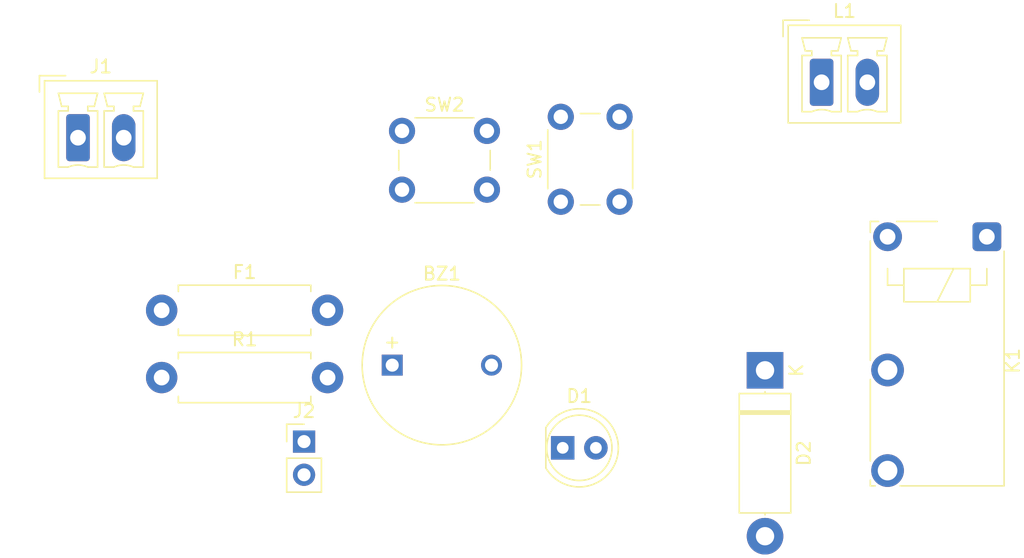
<source format=kicad_pcb>
(kicad_pcb (version 20171130) (host pcbnew 5.1.9-73d0e3b20d~88~ubuntu20.04.1)

  (general
    (thickness 1.6)
    (drawings 0)
    (tracks 0)
    (zones 0)
    (modules 11)
    (nets 9)
  )

  (page A4)
  (layers
    (0 F.Cu signal)
    (31 B.Cu signal)
    (32 B.Adhes user)
    (33 F.Adhes user)
    (34 B.Paste user)
    (35 F.Paste user)
    (36 B.SilkS user)
    (37 F.SilkS user)
    (38 B.Mask user)
    (39 F.Mask user)
    (40 Dwgs.User user)
    (41 Cmts.User user)
    (42 Eco1.User user)
    (43 Eco2.User user)
    (44 Edge.Cuts user)
    (45 Margin user)
    (46 B.CrtYd user)
    (47 F.CrtYd user)
    (48 B.Fab user)
    (49 F.Fab user)
  )

  (setup
    (last_trace_width 0.25)
    (trace_clearance 0.2)
    (zone_clearance 0.508)
    (zone_45_only no)
    (trace_min 0.2)
    (via_size 0.8)
    (via_drill 0.4)
    (via_min_size 0.4)
    (via_min_drill 0.3)
    (uvia_size 0.3)
    (uvia_drill 0.1)
    (uvias_allowed no)
    (uvia_min_size 0.2)
    (uvia_min_drill 0.1)
    (edge_width 0.05)
    (segment_width 0.2)
    (pcb_text_width 0.3)
    (pcb_text_size 1.5 1.5)
    (mod_edge_width 0.12)
    (mod_text_size 1 1)
    (mod_text_width 0.15)
    (pad_size 1.524 1.524)
    (pad_drill 0.762)
    (pad_to_mask_clearance 0)
    (aux_axis_origin 0 0)
    (visible_elements FFFFFF7F)
    (pcbplotparams
      (layerselection 0x010fc_ffffffff)
      (usegerberextensions false)
      (usegerberattributes true)
      (usegerberadvancedattributes true)
      (creategerberjobfile true)
      (excludeedgelayer true)
      (linewidth 0.100000)
      (plotframeref false)
      (viasonmask false)
      (mode 1)
      (useauxorigin false)
      (hpglpennumber 1)
      (hpglpenspeed 20)
      (hpglpendiameter 15.000000)
      (psnegative false)
      (psa4output false)
      (plotreference true)
      (plotvalue true)
      (plotinvisibletext false)
      (padsonsilk false)
      (subtractmaskfromsilk false)
      (outputformat 1)
      (mirror false)
      (drillshape 1)
      (scaleselection 1)
      (outputdirectory ""))
  )

  (net 0 "")
  (net 1 "Net-(BZ1-Pad2)")
  (net 2 "Net-(BZ1-Pad1)")
  (net 3 "Net-(D1-Pad1)")
  (net 4 "Net-(D2-Pad2)")
  (net 5 Earth)
  (net 6 "Net-(J1-Pad2)")
  (net 7 +12V)
  (net 8 "Net-(K1-Pad1)")

  (net_class Default "This is the default net class."
    (clearance 0.2)
    (trace_width 0.25)
    (via_dia 0.8)
    (via_drill 0.4)
    (uvia_dia 0.3)
    (uvia_drill 0.1)
    (add_net +12V)
    (add_net Earth)
    (add_net "Net-(BZ1-Pad1)")
    (add_net "Net-(BZ1-Pad2)")
    (add_net "Net-(D1-Pad1)")
    (add_net "Net-(D2-Pad2)")
    (add_net "Net-(J1-Pad2)")
    (add_net "Net-(K1-Pad1)")
  )

  (module Diode_THT:D_5W_P12.70mm_Horizontal (layer F.Cu) (tedit 5AE50CD5) (tstamp 6067B1F5)
    (at 166.0906 74.0537 270)
    (descr "Diode, 5W series, Axial, Horizontal, pin pitch=12.7mm, , length*diameter=8.9*3.7mm^2, , http://www.diodes.com/_files/packages/8686949.gif")
    (tags "Diode 5W series Axial Horizontal pin pitch 12.7mm  length 8.9mm diameter 3.7mm")
    (path /6065CF7B)
    (fp_text reference D2 (at 6.35 -2.97 90) (layer F.SilkS)
      (effects (font (size 1 1) (thickness 0.15)))
    )
    (fp_text value DIODE (at 6.35 2.97 90) (layer F.Fab)
      (effects (font (size 1 1) (thickness 0.15)))
    )
    (fp_text user K (at 0 -2.4 90) (layer F.SilkS)
      (effects (font (size 1 1) (thickness 0.15)))
    )
    (fp_text user K (at 0 -2.4 90) (layer F.Fab)
      (effects (font (size 1 1) (thickness 0.15)))
    )
    (fp_text user %R (at 7.0175 0 90) (layer F.Fab)
      (effects (font (size 1 1) (thickness 0.15)))
    )
    (fp_line (start 1.9 -1.85) (end 1.9 1.85) (layer F.Fab) (width 0.1))
    (fp_line (start 1.9 1.85) (end 10.8 1.85) (layer F.Fab) (width 0.1))
    (fp_line (start 10.8 1.85) (end 10.8 -1.85) (layer F.Fab) (width 0.1))
    (fp_line (start 10.8 -1.85) (end 1.9 -1.85) (layer F.Fab) (width 0.1))
    (fp_line (start 0 0) (end 1.9 0) (layer F.Fab) (width 0.1))
    (fp_line (start 12.7 0) (end 10.8 0) (layer F.Fab) (width 0.1))
    (fp_line (start 3.235 -1.85) (end 3.235 1.85) (layer F.Fab) (width 0.1))
    (fp_line (start 3.335 -1.85) (end 3.335 1.85) (layer F.Fab) (width 0.1))
    (fp_line (start 3.135 -1.85) (end 3.135 1.85) (layer F.Fab) (width 0.1))
    (fp_line (start 1.78 -1.97) (end 1.78 1.97) (layer F.SilkS) (width 0.12))
    (fp_line (start 1.78 1.97) (end 10.92 1.97) (layer F.SilkS) (width 0.12))
    (fp_line (start 10.92 1.97) (end 10.92 -1.97) (layer F.SilkS) (width 0.12))
    (fp_line (start 10.92 -1.97) (end 1.78 -1.97) (layer F.SilkS) (width 0.12))
    (fp_line (start 1.64 0) (end 1.78 0) (layer F.SilkS) (width 0.12))
    (fp_line (start 11.06 0) (end 10.92 0) (layer F.SilkS) (width 0.12))
    (fp_line (start 3.235 -1.97) (end 3.235 1.97) (layer F.SilkS) (width 0.12))
    (fp_line (start 3.355 -1.97) (end 3.355 1.97) (layer F.SilkS) (width 0.12))
    (fp_line (start 3.115 -1.97) (end 3.115 1.97) (layer F.SilkS) (width 0.12))
    (fp_line (start -1.65 -2.1) (end -1.65 2.1) (layer F.CrtYd) (width 0.05))
    (fp_line (start -1.65 2.1) (end 14.35 2.1) (layer F.CrtYd) (width 0.05))
    (fp_line (start 14.35 2.1) (end 14.35 -2.1) (layer F.CrtYd) (width 0.05))
    (fp_line (start 14.35 -2.1) (end -1.65 -2.1) (layer F.CrtYd) (width 0.05))
    (pad 2 thru_hole oval (at 12.7 0 270) (size 2.8 2.8) (drill 1.4) (layers *.Cu *.Mask)
      (net 4 "Net-(D2-Pad2)"))
    (pad 1 thru_hole rect (at 0 0 270) (size 2.8 2.8) (drill 1.4) (layers *.Cu *.Mask)
      (net 1 "Net-(BZ1-Pad2)"))
    (model ${KISYS3DMOD}/Diode_THT.3dshapes/D_5W_P12.70mm_Horizontal.wrl
      (at (xyz 0 0 0))
      (scale (xyz 1 1 1))
      (rotate (xyz 0 0 0))
    )
  )

  (module Relay_THT:Relay_SPST_TE_PCH-1xxx2M (layer F.Cu) (tedit 5C3F81A4) (tstamp 6067A533)
    (at 183.0705 63.8302 270)
    (descr "Miniature PCB Relay, PCH Series, 1 Form A (NO), SPST http://www.te.com/commerce/DocumentDelivery/DDEController?Action=showdoc&DocId=Data+Sheet%7FPCH_series_relay_data_sheet_E%7F1215%7Fpdf%7FEnglish%7FENG_DS_PCH_series_relay_data_sheet_E_1215.pdf")
    (tags "Relay SPST NO")
    (path /606702BE)
    (fp_text reference K1 (at 9.5 -2 90) (layer F.SilkS)
      (effects (font (size 1 1) (thickness 0.15)))
    )
    (fp_text value DIPxx-1Axx-11x (at 9 10 90) (layer F.Fab)
      (effects (font (size 1 1) (thickness 0.15)))
    )
    (fp_line (start -0.05 -1.2) (end -1.05 -0.2) (layer F.Fab) (width 0.1))
    (fp_line (start -1.35 -1.45) (end 19.4 -1.45) (layer F.CrtYd) (width 0.05))
    (fp_line (start 19.07 -1.32) (end 19.07 6.64) (layer F.SilkS) (width 0.12))
    (fp_line (start 19.07 -1.32) (end 1.109998 -1.32) (layer F.SilkS) (width 0.12))
    (fp_line (start -1.17 3.8) (end -1.17 6.9) (layer F.SilkS) (width 0.12))
    (fp_line (start -1.17 8.29) (end -1.17 8.92) (layer F.SilkS) (width 0.12))
    (fp_line (start -0.33 8.92) (end -1.17 8.92) (layer F.SilkS) (width 0.12))
    (fp_line (start 9.46 8.92) (end 0.329995 8.92) (layer F.SilkS) (width 0.12))
    (fp_line (start 17.16 8.92) (end 10.93 8.92) (layer F.SilkS) (width 0.12))
    (fp_line (start 19.07 8.92) (end 19.07 8.55) (layer F.SilkS) (width 0.12))
    (fp_line (start 4.98 6.35) (end 2.44 6.35) (layer F.SilkS) (width 0.12))
    (fp_line (start 3.71 0) (end 3.71 1.27) (layer F.SilkS) (width 0.12))
    (fp_line (start 4.98 1.27) (end 4.98 6.35) (layer F.SilkS) (width 0.12))
    (fp_line (start 3.71 6.35) (end 3.71 7.6) (layer F.SilkS) (width 0.12))
    (fp_line (start 2.44 1.27) (end 3.71 1.27) (layer F.SilkS) (width 0.12))
    (fp_line (start 18.95 -1.2) (end 18.95 8.8) (layer F.Fab) (width 0.1))
    (fp_line (start 19.4 -1.45) (end 19.4 9.1) (layer F.CrtYd) (width 0.05))
    (fp_line (start 19.4 9.1) (end -1.35 9.1) (layer F.CrtYd) (width 0.05))
    (fp_line (start 0 1.8) (end 0 5.8) (layer F.Fab) (width 0.1))
    (fp_line (start -1.35 9.1) (end -1.35 -1.45) (layer F.CrtYd) (width 0.05))
    (fp_line (start 2.44 6.35) (end 2.44 1.27) (layer F.SilkS) (width 0.12))
    (fp_line (start 3.71 7.6) (end 2.44 7.6) (layer F.SilkS) (width 0.12))
    (fp_line (start -0.05 -1.2) (end 18.95 -1.2) (layer F.Fab) (width 0.1))
    (fp_line (start -1.05 8.8) (end -1.05 -0.2) (layer F.Fab) (width 0.1))
    (fp_line (start 2.44 0) (end 3.71 0) (layer F.SilkS) (width 0.12))
    (fp_line (start 2.44 2.54) (end 4.98 3.81) (layer F.SilkS) (width 0.12))
    (fp_line (start 3.71 1.27) (end 4.98 1.27) (layer F.SilkS) (width 0.12))
    (fp_line (start 19.07 8.92) (end 18.63 8.92) (layer F.SilkS) (width 0.12))
    (fp_line (start 18.95 8.8) (end -1.05 8.8) (layer F.Fab) (width 0.1))
    (fp_text user %R (at 8.95 3.8 90) (layer F.Fab)
      (effects (font (size 1 1) (thickness 0.15)))
    )
    (pad 3 thru_hole circle (at 17.9 7.6 270) (size 2.5 2.5) (drill 1.5) (layers *.Cu *.Mask))
    (pad 5 thru_hole circle (at 0 7.6 270) (size 2.2 2.2) (drill 1.2) (layers *.Cu *.Mask))
    (pad 1 thru_hole roundrect (at 0 0 270) (size 2.2 2.2) (drill 1.2) (layers *.Cu *.Mask) (roundrect_rratio 0.155)
      (net 8 "Net-(K1-Pad1)"))
    (pad 2 thru_hole circle (at 10.2 7.6 270) (size 2.5 2.5) (drill 1.5) (layers *.Cu *.Mask)
      (net 1 "Net-(BZ1-Pad2)"))
    (model ${KISYS3DMOD}/Relay_THT.3dshapes/Relay_SPST_TE_PCH-1xxx2M.wrl
      (at (xyz 0 0 0))
      (scale (xyz 1 1 1))
      (rotate (xyz 0 0 0))
    )
  )

  (module Button_Switch_THT:SW_PUSH_6mm (layer F.Cu) (tedit 5A02FE31) (tstamp 60677F44)
    (at 138.303 55.7276)
    (descr https://www.omron.com/ecb/products/pdf/en-b3f.pdf)
    (tags "tact sw push 6mm")
    (path /606A4562)
    (fp_text reference SW2 (at 3.25 -2) (layer F.SilkS)
      (effects (font (size 1 1) (thickness 0.15)))
    )
    (fp_text value SW_MEC_5G (at 3.75 6.7) (layer F.Fab)
      (effects (font (size 1 1) (thickness 0.15)))
    )
    (fp_line (start 3.25 -0.75) (end 6.25 -0.75) (layer F.Fab) (width 0.1))
    (fp_line (start 6.25 -0.75) (end 6.25 5.25) (layer F.Fab) (width 0.1))
    (fp_line (start 6.25 5.25) (end 0.25 5.25) (layer F.Fab) (width 0.1))
    (fp_line (start 0.25 5.25) (end 0.25 -0.75) (layer F.Fab) (width 0.1))
    (fp_line (start 0.25 -0.75) (end 3.25 -0.75) (layer F.Fab) (width 0.1))
    (fp_line (start 7.75 6) (end 8 6) (layer F.CrtYd) (width 0.05))
    (fp_line (start 8 6) (end 8 5.75) (layer F.CrtYd) (width 0.05))
    (fp_line (start 7.75 -1.5) (end 8 -1.5) (layer F.CrtYd) (width 0.05))
    (fp_line (start 8 -1.5) (end 8 -1.25) (layer F.CrtYd) (width 0.05))
    (fp_line (start -1.5 -1.25) (end -1.5 -1.5) (layer F.CrtYd) (width 0.05))
    (fp_line (start -1.5 -1.5) (end -1.25 -1.5) (layer F.CrtYd) (width 0.05))
    (fp_line (start -1.5 5.75) (end -1.5 6) (layer F.CrtYd) (width 0.05))
    (fp_line (start -1.5 6) (end -1.25 6) (layer F.CrtYd) (width 0.05))
    (fp_line (start -1.25 -1.5) (end 7.75 -1.5) (layer F.CrtYd) (width 0.05))
    (fp_line (start -1.5 5.75) (end -1.5 -1.25) (layer F.CrtYd) (width 0.05))
    (fp_line (start 7.75 6) (end -1.25 6) (layer F.CrtYd) (width 0.05))
    (fp_line (start 8 -1.25) (end 8 5.75) (layer F.CrtYd) (width 0.05))
    (fp_line (start 1 5.5) (end 5.5 5.5) (layer F.SilkS) (width 0.12))
    (fp_line (start -0.25 1.5) (end -0.25 3) (layer F.SilkS) (width 0.12))
    (fp_line (start 5.5 -1) (end 1 -1) (layer F.SilkS) (width 0.12))
    (fp_line (start 6.75 3) (end 6.75 1.5) (layer F.SilkS) (width 0.12))
    (fp_circle (center 3.25 2.25) (end 1.25 2.5) (layer F.Fab) (width 0.1))
    (fp_text user %R (at 3.25 2.25) (layer F.Fab)
      (effects (font (size 1 1) (thickness 0.15)))
    )
    (pad 1 thru_hole circle (at 6.5 0 90) (size 2 2) (drill 1.1) (layers *.Cu *.Mask)
      (net 7 +12V))
    (pad 2 thru_hole circle (at 6.5 4.5 90) (size 2 2) (drill 1.1) (layers *.Cu *.Mask)
      (net 7 +12V))
    (pad 1 thru_hole circle (at 0 0 90) (size 2 2) (drill 1.1) (layers *.Cu *.Mask)
      (net 7 +12V))
    (pad 2 thru_hole circle (at 0 4.5 90) (size 2 2) (drill 1.1) (layers *.Cu *.Mask)
      (net 7 +12V))
    (model ${KISYS3DMOD}/Button_Switch_THT.3dshapes/SW_PUSH_6mm.wrl
      (at (xyz 0 0 0))
      (scale (xyz 1 1 1))
      (rotate (xyz 0 0 0))
    )
  )

  (module Button_Switch_THT:SW_PUSH_6mm (layer F.Cu) (tedit 5A02FE31) (tstamp 60677F25)
    (at 150.4569 61.1505 90)
    (descr https://www.omron.com/ecb/products/pdf/en-b3f.pdf)
    (tags "tact sw push 6mm")
    (path /606AB7D5)
    (fp_text reference SW1 (at 3.25 -2 90) (layer F.SilkS)
      (effects (font (size 1 1) (thickness 0.15)))
    )
    (fp_text value SW_MEC_5G (at 3.75 6.7 90) (layer F.Fab)
      (effects (font (size 1 1) (thickness 0.15)))
    )
    (fp_line (start 3.25 -0.75) (end 6.25 -0.75) (layer F.Fab) (width 0.1))
    (fp_line (start 6.25 -0.75) (end 6.25 5.25) (layer F.Fab) (width 0.1))
    (fp_line (start 6.25 5.25) (end 0.25 5.25) (layer F.Fab) (width 0.1))
    (fp_line (start 0.25 5.25) (end 0.25 -0.75) (layer F.Fab) (width 0.1))
    (fp_line (start 0.25 -0.75) (end 3.25 -0.75) (layer F.Fab) (width 0.1))
    (fp_line (start 7.75 6) (end 8 6) (layer F.CrtYd) (width 0.05))
    (fp_line (start 8 6) (end 8 5.75) (layer F.CrtYd) (width 0.05))
    (fp_line (start 7.75 -1.5) (end 8 -1.5) (layer F.CrtYd) (width 0.05))
    (fp_line (start 8 -1.5) (end 8 -1.25) (layer F.CrtYd) (width 0.05))
    (fp_line (start -1.5 -1.25) (end -1.5 -1.5) (layer F.CrtYd) (width 0.05))
    (fp_line (start -1.5 -1.5) (end -1.25 -1.5) (layer F.CrtYd) (width 0.05))
    (fp_line (start -1.5 5.75) (end -1.5 6) (layer F.CrtYd) (width 0.05))
    (fp_line (start -1.5 6) (end -1.25 6) (layer F.CrtYd) (width 0.05))
    (fp_line (start -1.25 -1.5) (end 7.75 -1.5) (layer F.CrtYd) (width 0.05))
    (fp_line (start -1.5 5.75) (end -1.5 -1.25) (layer F.CrtYd) (width 0.05))
    (fp_line (start 7.75 6) (end -1.25 6) (layer F.CrtYd) (width 0.05))
    (fp_line (start 8 -1.25) (end 8 5.75) (layer F.CrtYd) (width 0.05))
    (fp_line (start 1 5.5) (end 5.5 5.5) (layer F.SilkS) (width 0.12))
    (fp_line (start -0.25 1.5) (end -0.25 3) (layer F.SilkS) (width 0.12))
    (fp_line (start 5.5 -1) (end 1 -1) (layer F.SilkS) (width 0.12))
    (fp_line (start 6.75 3) (end 6.75 1.5) (layer F.SilkS) (width 0.12))
    (fp_circle (center 3.25 2.25) (end 1.25 2.5) (layer F.Fab) (width 0.1))
    (fp_text user %R (at 3.25 2.25 90) (layer F.Fab)
      (effects (font (size 1 1) (thickness 0.15)))
    )
    (pad 1 thru_hole circle (at 6.5 0 180) (size 2 2) (drill 1.1) (layers *.Cu *.Mask)
      (net 6 "Net-(J1-Pad2)"))
    (pad 2 thru_hole circle (at 6.5 4.5 180) (size 2 2) (drill 1.1) (layers *.Cu *.Mask)
      (net 6 "Net-(J1-Pad2)"))
    (pad 1 thru_hole circle (at 0 0 180) (size 2 2) (drill 1.1) (layers *.Cu *.Mask)
      (net 6 "Net-(J1-Pad2)"))
    (pad 2 thru_hole circle (at 0 4.5 180) (size 2 2) (drill 1.1) (layers *.Cu *.Mask)
      (net 6 "Net-(J1-Pad2)"))
    (model ${KISYS3DMOD}/Button_Switch_THT.3dshapes/SW_PUSH_6mm.wrl
      (at (xyz 0 0 0))
      (scale (xyz 1 1 1))
      (rotate (xyz 0 0 0))
    )
  )

  (module Resistor_THT:R_Axial_DIN0411_L9.9mm_D3.6mm_P12.70mm_Horizontal (layer F.Cu) (tedit 5AE5139B) (tstamp 60677F06)
    (at 119.9037 74.61)
    (descr "Resistor, Axial_DIN0411 series, Axial, Horizontal, pin pitch=12.7mm, 1W, length*diameter=9.9*3.6mm^2")
    (tags "Resistor Axial_DIN0411 series Axial Horizontal pin pitch 12.7mm 1W length 9.9mm diameter 3.6mm")
    (path /6068D2B4)
    (fp_text reference R1 (at 6.35 -2.92) (layer F.SilkS)
      (effects (font (size 1 1) (thickness 0.15)))
    )
    (fp_text value 10K (at 6.35 2.92) (layer F.Fab)
      (effects (font (size 1 1) (thickness 0.15)))
    )
    (fp_line (start 1.4 -1.8) (end 1.4 1.8) (layer F.Fab) (width 0.1))
    (fp_line (start 1.4 1.8) (end 11.3 1.8) (layer F.Fab) (width 0.1))
    (fp_line (start 11.3 1.8) (end 11.3 -1.8) (layer F.Fab) (width 0.1))
    (fp_line (start 11.3 -1.8) (end 1.4 -1.8) (layer F.Fab) (width 0.1))
    (fp_line (start 0 0) (end 1.4 0) (layer F.Fab) (width 0.1))
    (fp_line (start 12.7 0) (end 11.3 0) (layer F.Fab) (width 0.1))
    (fp_line (start 1.28 -1.44) (end 1.28 -1.92) (layer F.SilkS) (width 0.12))
    (fp_line (start 1.28 -1.92) (end 11.42 -1.92) (layer F.SilkS) (width 0.12))
    (fp_line (start 11.42 -1.92) (end 11.42 -1.44) (layer F.SilkS) (width 0.12))
    (fp_line (start 1.28 1.44) (end 1.28 1.92) (layer F.SilkS) (width 0.12))
    (fp_line (start 1.28 1.92) (end 11.42 1.92) (layer F.SilkS) (width 0.12))
    (fp_line (start 11.42 1.92) (end 11.42 1.44) (layer F.SilkS) (width 0.12))
    (fp_line (start -1.45 -2.05) (end -1.45 2.05) (layer F.CrtYd) (width 0.05))
    (fp_line (start -1.45 2.05) (end 14.15 2.05) (layer F.CrtYd) (width 0.05))
    (fp_line (start 14.15 2.05) (end 14.15 -2.05) (layer F.CrtYd) (width 0.05))
    (fp_line (start 14.15 -2.05) (end -1.45 -2.05) (layer F.CrtYd) (width 0.05))
    (fp_text user %R (at 6.35 0) (layer F.Fab)
      (effects (font (size 1 1) (thickness 0.15)))
    )
    (pad 2 thru_hole oval (at 12.7 0) (size 2.4 2.4) (drill 1.2) (layers *.Cu *.Mask)
      (net 3 "Net-(D1-Pad1)"))
    (pad 1 thru_hole circle (at 0 0) (size 2.4 2.4) (drill 1.2) (layers *.Cu *.Mask)
      (net 1 "Net-(BZ1-Pad2)"))
    (model ${KISYS3DMOD}/Resistor_THT.3dshapes/R_Axial_DIN0411_L9.9mm_D3.6mm_P12.70mm_Horizontal.wrl
      (at (xyz 0 0 0))
      (scale (xyz 1 1 1))
      (rotate (xyz 0 0 0))
    )
  )

  (module Connector_Phoenix_MC:PhoenixContact_MCV_1,5_2-G-3.5_1x02_P3.50mm_Vertical (layer F.Cu) (tedit 5B784ED0) (tstamp 60677EEF)
    (at 170.4213 52.0065)
    (descr "Generic Phoenix Contact connector footprint for: MCV_1,5/2-G-3.5; number of pins: 02; pin pitch: 3.50mm; Vertical || order number: 1843606 8A 160V")
    (tags "phoenix_contact connector MCV_01x02_G_3.5mm")
    (path /6067DD81)
    (fp_text reference L1 (at 1.75 -5.45) (layer F.SilkS)
      (effects (font (size 1 1) (thickness 0.15)))
    )
    (fp_text value L (at 1.75 4.2) (layer F.Fab)
      (effects (font (size 1 1) (thickness 0.15)))
    )
    (fp_line (start -2.56 -4.36) (end -2.56 3.11) (layer F.SilkS) (width 0.12))
    (fp_line (start -2.56 3.11) (end 6.06 3.11) (layer F.SilkS) (width 0.12))
    (fp_line (start 6.06 3.11) (end 6.06 -4.36) (layer F.SilkS) (width 0.12))
    (fp_line (start 6.06 -4.36) (end -2.56 -4.36) (layer F.SilkS) (width 0.12))
    (fp_line (start -2.45 -4.25) (end -2.45 3) (layer F.Fab) (width 0.1))
    (fp_line (start -2.45 3) (end 5.95 3) (layer F.Fab) (width 0.1))
    (fp_line (start 5.95 3) (end 5.95 -4.25) (layer F.Fab) (width 0.1))
    (fp_line (start 5.95 -4.25) (end -2.45 -4.25) (layer F.Fab) (width 0.1))
    (fp_line (start -0.75 2.25) (end -1.5 2.25) (layer F.SilkS) (width 0.12))
    (fp_line (start -1.5 2.25) (end -1.5 -2.05) (layer F.SilkS) (width 0.12))
    (fp_line (start -1.5 -2.05) (end -0.75 -2.05) (layer F.SilkS) (width 0.12))
    (fp_line (start -0.75 -2.05) (end -0.75 -2.4) (layer F.SilkS) (width 0.12))
    (fp_line (start -0.75 -2.4) (end -1.25 -2.4) (layer F.SilkS) (width 0.12))
    (fp_line (start -1.25 -2.4) (end -1.5 -3.4) (layer F.SilkS) (width 0.12))
    (fp_line (start -1.5 -3.4) (end 1.5 -3.4) (layer F.SilkS) (width 0.12))
    (fp_line (start 1.5 -3.4) (end 1.25 -2.4) (layer F.SilkS) (width 0.12))
    (fp_line (start 1.25 -2.4) (end 0.75 -2.4) (layer F.SilkS) (width 0.12))
    (fp_line (start 0.75 -2.4) (end 0.75 -2.05) (layer F.SilkS) (width 0.12))
    (fp_line (start 0.75 -2.05) (end 1.5 -2.05) (layer F.SilkS) (width 0.12))
    (fp_line (start 1.5 -2.05) (end 1.5 2.25) (layer F.SilkS) (width 0.12))
    (fp_line (start 1.5 2.25) (end 0.75 2.25) (layer F.SilkS) (width 0.12))
    (fp_line (start 2.75 2.25) (end 2 2.25) (layer F.SilkS) (width 0.12))
    (fp_line (start 2 2.25) (end 2 -2.05) (layer F.SilkS) (width 0.12))
    (fp_line (start 2 -2.05) (end 2.75 -2.05) (layer F.SilkS) (width 0.12))
    (fp_line (start 2.75 -2.05) (end 2.75 -2.4) (layer F.SilkS) (width 0.12))
    (fp_line (start 2.75 -2.4) (end 2.25 -2.4) (layer F.SilkS) (width 0.12))
    (fp_line (start 2.25 -2.4) (end 2 -3.4) (layer F.SilkS) (width 0.12))
    (fp_line (start 2 -3.4) (end 5 -3.4) (layer F.SilkS) (width 0.12))
    (fp_line (start 5 -3.4) (end 4.75 -2.4) (layer F.SilkS) (width 0.12))
    (fp_line (start 4.75 -2.4) (end 4.25 -2.4) (layer F.SilkS) (width 0.12))
    (fp_line (start 4.25 -2.4) (end 4.25 -2.05) (layer F.SilkS) (width 0.12))
    (fp_line (start 4.25 -2.05) (end 5 -2.05) (layer F.SilkS) (width 0.12))
    (fp_line (start 5 -2.05) (end 5 2.25) (layer F.SilkS) (width 0.12))
    (fp_line (start 5 2.25) (end 4.25 2.25) (layer F.SilkS) (width 0.12))
    (fp_line (start -2.95 -4.75) (end -2.95 3.5) (layer F.CrtYd) (width 0.05))
    (fp_line (start -2.95 3.5) (end 6.45 3.5) (layer F.CrtYd) (width 0.05))
    (fp_line (start 6.45 3.5) (end 6.45 -4.75) (layer F.CrtYd) (width 0.05))
    (fp_line (start 6.45 -4.75) (end -2.95 -4.75) (layer F.CrtYd) (width 0.05))
    (fp_line (start -2.95 -3.5) (end -2.95 -4.75) (layer F.SilkS) (width 0.12))
    (fp_line (start -2.95 -4.75) (end -0.95 -4.75) (layer F.SilkS) (width 0.12))
    (fp_line (start -2.95 -3.5) (end -2.95 -4.75) (layer F.Fab) (width 0.1))
    (fp_line (start -2.95 -4.75) (end -0.95 -4.75) (layer F.Fab) (width 0.1))
    (fp_text user %R (at 1.75 -3.55) (layer F.Fab)
      (effects (font (size 1 1) (thickness 0.15)))
    )
    (fp_arc (start 3.5 3.95) (end 2.75 2.25) (angle 47.6) (layer F.SilkS) (width 0.12))
    (fp_arc (start 0 3.95) (end -0.75 2.25) (angle 47.6) (layer F.SilkS) (width 0.12))
    (pad 2 thru_hole oval (at 3.5 0) (size 1.8 3.6) (drill 1.2) (layers *.Cu *.Mask)
      (net 1 "Net-(BZ1-Pad2)"))
    (pad 1 thru_hole roundrect (at 0 0) (size 1.8 3.6) (drill 1.2) (layers *.Cu *.Mask) (roundrect_rratio 0.138889)
      (net 8 "Net-(K1-Pad1)"))
    (model ${KISYS3DMOD}/Connector_Phoenix_MC.3dshapes/PhoenixContact_MCV_1,5_2-G-3.5_1x02_P3.50mm_Vertical.wrl
      (at (xyz 0 0 0))
      (scale (xyz 1 1 1))
      (rotate (xyz 0 0 0))
    )
  )

  (module Connector_PinHeader_2.54mm:PinHeader_1x02_P2.54mm_Vertical (layer F.Cu) (tedit 59FED5CC) (tstamp 60677EA0)
    (at 130.8037 79.51)
    (descr "Through hole straight pin header, 1x02, 2.54mm pitch, single row")
    (tags "Through hole pin header THT 1x02 2.54mm single row")
    (path /606ADA85)
    (fp_text reference J2 (at 0 -2.33) (layer F.SilkS)
      (effects (font (size 1 1) (thickness 0.15)))
    )
    (fp_text value Screw_Terminal_01x02 (at 0 4.87) (layer F.Fab)
      (effects (font (size 1 1) (thickness 0.15)))
    )
    (fp_line (start -0.635 -1.27) (end 1.27 -1.27) (layer F.Fab) (width 0.1))
    (fp_line (start 1.27 -1.27) (end 1.27 3.81) (layer F.Fab) (width 0.1))
    (fp_line (start 1.27 3.81) (end -1.27 3.81) (layer F.Fab) (width 0.1))
    (fp_line (start -1.27 3.81) (end -1.27 -0.635) (layer F.Fab) (width 0.1))
    (fp_line (start -1.27 -0.635) (end -0.635 -1.27) (layer F.Fab) (width 0.1))
    (fp_line (start -1.33 3.87) (end 1.33 3.87) (layer F.SilkS) (width 0.12))
    (fp_line (start -1.33 1.27) (end -1.33 3.87) (layer F.SilkS) (width 0.12))
    (fp_line (start 1.33 1.27) (end 1.33 3.87) (layer F.SilkS) (width 0.12))
    (fp_line (start -1.33 1.27) (end 1.33 1.27) (layer F.SilkS) (width 0.12))
    (fp_line (start -1.33 0) (end -1.33 -1.33) (layer F.SilkS) (width 0.12))
    (fp_line (start -1.33 -1.33) (end 0 -1.33) (layer F.SilkS) (width 0.12))
    (fp_line (start -1.8 -1.8) (end -1.8 4.35) (layer F.CrtYd) (width 0.05))
    (fp_line (start -1.8 4.35) (end 1.8 4.35) (layer F.CrtYd) (width 0.05))
    (fp_line (start 1.8 4.35) (end 1.8 -1.8) (layer F.CrtYd) (width 0.05))
    (fp_line (start 1.8 -1.8) (end -1.8 -1.8) (layer F.CrtYd) (width 0.05))
    (fp_text user %R (at 0 1.27 90) (layer F.Fab)
      (effects (font (size 1 1) (thickness 0.15)))
    )
    (pad 2 thru_hole oval (at 0 2.54) (size 1.7 1.7) (drill 1) (layers *.Cu *.Mask)
      (net 5 Earth))
    (pad 1 thru_hole rect (at 0 0) (size 1.7 1.7) (drill 1) (layers *.Cu *.Mask)
      (net 7 +12V))
    (model ${KISYS3DMOD}/Connector_PinHeader_2.54mm.3dshapes/PinHeader_1x02_P2.54mm_Vertical.wrl
      (at (xyz 0 0 0))
      (scale (xyz 1 1 1))
      (rotate (xyz 0 0 0))
    )
  )

  (module Connector_Phoenix_MC:PhoenixContact_MCV_1,5_2-G-3.5_1x02_P3.50mm_Vertical (layer F.Cu) (tedit 5B784ED0) (tstamp 60677E8A)
    (at 113.4999 56.2483)
    (descr "Generic Phoenix Contact connector footprint for: MCV_1,5/2-G-3.5; number of pins: 02; pin pitch: 3.50mm; Vertical || order number: 1843606 8A 160V")
    (tags "phoenix_contact connector MCV_01x02_G_3.5mm")
    (path /6066C43D)
    (fp_text reference J1 (at 1.75 -5.45) (layer F.SilkS)
      (effects (font (size 1 1) (thickness 0.15)))
    )
    (fp_text value Conn_01x02_Female (at 1.75 4.2) (layer F.Fab)
      (effects (font (size 1 1) (thickness 0.15)))
    )
    (fp_line (start -2.56 -4.36) (end -2.56 3.11) (layer F.SilkS) (width 0.12))
    (fp_line (start -2.56 3.11) (end 6.06 3.11) (layer F.SilkS) (width 0.12))
    (fp_line (start 6.06 3.11) (end 6.06 -4.36) (layer F.SilkS) (width 0.12))
    (fp_line (start 6.06 -4.36) (end -2.56 -4.36) (layer F.SilkS) (width 0.12))
    (fp_line (start -2.45 -4.25) (end -2.45 3) (layer F.Fab) (width 0.1))
    (fp_line (start -2.45 3) (end 5.95 3) (layer F.Fab) (width 0.1))
    (fp_line (start 5.95 3) (end 5.95 -4.25) (layer F.Fab) (width 0.1))
    (fp_line (start 5.95 -4.25) (end -2.45 -4.25) (layer F.Fab) (width 0.1))
    (fp_line (start -0.75 2.25) (end -1.5 2.25) (layer F.SilkS) (width 0.12))
    (fp_line (start -1.5 2.25) (end -1.5 -2.05) (layer F.SilkS) (width 0.12))
    (fp_line (start -1.5 -2.05) (end -0.75 -2.05) (layer F.SilkS) (width 0.12))
    (fp_line (start -0.75 -2.05) (end -0.75 -2.4) (layer F.SilkS) (width 0.12))
    (fp_line (start -0.75 -2.4) (end -1.25 -2.4) (layer F.SilkS) (width 0.12))
    (fp_line (start -1.25 -2.4) (end -1.5 -3.4) (layer F.SilkS) (width 0.12))
    (fp_line (start -1.5 -3.4) (end 1.5 -3.4) (layer F.SilkS) (width 0.12))
    (fp_line (start 1.5 -3.4) (end 1.25 -2.4) (layer F.SilkS) (width 0.12))
    (fp_line (start 1.25 -2.4) (end 0.75 -2.4) (layer F.SilkS) (width 0.12))
    (fp_line (start 0.75 -2.4) (end 0.75 -2.05) (layer F.SilkS) (width 0.12))
    (fp_line (start 0.75 -2.05) (end 1.5 -2.05) (layer F.SilkS) (width 0.12))
    (fp_line (start 1.5 -2.05) (end 1.5 2.25) (layer F.SilkS) (width 0.12))
    (fp_line (start 1.5 2.25) (end 0.75 2.25) (layer F.SilkS) (width 0.12))
    (fp_line (start 2.75 2.25) (end 2 2.25) (layer F.SilkS) (width 0.12))
    (fp_line (start 2 2.25) (end 2 -2.05) (layer F.SilkS) (width 0.12))
    (fp_line (start 2 -2.05) (end 2.75 -2.05) (layer F.SilkS) (width 0.12))
    (fp_line (start 2.75 -2.05) (end 2.75 -2.4) (layer F.SilkS) (width 0.12))
    (fp_line (start 2.75 -2.4) (end 2.25 -2.4) (layer F.SilkS) (width 0.12))
    (fp_line (start 2.25 -2.4) (end 2 -3.4) (layer F.SilkS) (width 0.12))
    (fp_line (start 2 -3.4) (end 5 -3.4) (layer F.SilkS) (width 0.12))
    (fp_line (start 5 -3.4) (end 4.75 -2.4) (layer F.SilkS) (width 0.12))
    (fp_line (start 4.75 -2.4) (end 4.25 -2.4) (layer F.SilkS) (width 0.12))
    (fp_line (start 4.25 -2.4) (end 4.25 -2.05) (layer F.SilkS) (width 0.12))
    (fp_line (start 4.25 -2.05) (end 5 -2.05) (layer F.SilkS) (width 0.12))
    (fp_line (start 5 -2.05) (end 5 2.25) (layer F.SilkS) (width 0.12))
    (fp_line (start 5 2.25) (end 4.25 2.25) (layer F.SilkS) (width 0.12))
    (fp_line (start -2.95 -4.75) (end -2.95 3.5) (layer F.CrtYd) (width 0.05))
    (fp_line (start -2.95 3.5) (end 6.45 3.5) (layer F.CrtYd) (width 0.05))
    (fp_line (start 6.45 3.5) (end 6.45 -4.75) (layer F.CrtYd) (width 0.05))
    (fp_line (start 6.45 -4.75) (end -2.95 -4.75) (layer F.CrtYd) (width 0.05))
    (fp_line (start -2.95 -3.5) (end -2.95 -4.75) (layer F.SilkS) (width 0.12))
    (fp_line (start -2.95 -4.75) (end -0.95 -4.75) (layer F.SilkS) (width 0.12))
    (fp_line (start -2.95 -3.5) (end -2.95 -4.75) (layer F.Fab) (width 0.1))
    (fp_line (start -2.95 -4.75) (end -0.95 -4.75) (layer F.Fab) (width 0.1))
    (fp_text user %R (at 1.75 -3.55) (layer F.Fab)
      (effects (font (size 1 1) (thickness 0.15)))
    )
    (fp_arc (start 3.5 3.95) (end 2.75 2.25) (angle 47.6) (layer F.SilkS) (width 0.12))
    (fp_arc (start 0 3.95) (end -0.75 2.25) (angle 47.6) (layer F.SilkS) (width 0.12))
    (pad 2 thru_hole oval (at 3.5 0) (size 1.8 3.6) (drill 1.2) (layers *.Cu *.Mask)
      (net 6 "Net-(J1-Pad2)"))
    (pad 1 thru_hole roundrect (at 0 0) (size 1.8 3.6) (drill 1.2) (layers *.Cu *.Mask) (roundrect_rratio 0.138889)
      (net 7 +12V))
    (model ${KISYS3DMOD}/Connector_Phoenix_MC.3dshapes/PhoenixContact_MCV_1,5_2-G-3.5_1x02_P3.50mm_Vertical.wrl
      (at (xyz 0 0 0))
      (scale (xyz 1 1 1))
      (rotate (xyz 0 0 0))
    )
  )

  (module Resistor_THT:R_Axial_DIN0411_L9.9mm_D3.6mm_P12.70mm_Horizontal (layer F.Cu) (tedit 5AE5139B) (tstamp 60677E57)
    (at 119.9037 69.46)
    (descr "Resistor, Axial_DIN0411 series, Axial, Horizontal, pin pitch=12.7mm, 1W, length*diameter=9.9*3.6mm^2")
    (tags "Resistor Axial_DIN0411 series Axial Horizontal pin pitch 12.7mm 1W length 9.9mm diameter 3.6mm")
    (path /6069695D)
    (fp_text reference F1 (at 6.35 -2.92) (layer F.SilkS)
      (effects (font (size 1 1) (thickness 0.15)))
    )
    (fp_text value 5A (at 6.35 2.92) (layer F.Fab)
      (effects (font (size 1 1) (thickness 0.15)))
    )
    (fp_line (start 1.4 -1.8) (end 1.4 1.8) (layer F.Fab) (width 0.1))
    (fp_line (start 1.4 1.8) (end 11.3 1.8) (layer F.Fab) (width 0.1))
    (fp_line (start 11.3 1.8) (end 11.3 -1.8) (layer F.Fab) (width 0.1))
    (fp_line (start 11.3 -1.8) (end 1.4 -1.8) (layer F.Fab) (width 0.1))
    (fp_line (start 0 0) (end 1.4 0) (layer F.Fab) (width 0.1))
    (fp_line (start 12.7 0) (end 11.3 0) (layer F.Fab) (width 0.1))
    (fp_line (start 1.28 -1.44) (end 1.28 -1.92) (layer F.SilkS) (width 0.12))
    (fp_line (start 1.28 -1.92) (end 11.42 -1.92) (layer F.SilkS) (width 0.12))
    (fp_line (start 11.42 -1.92) (end 11.42 -1.44) (layer F.SilkS) (width 0.12))
    (fp_line (start 1.28 1.44) (end 1.28 1.92) (layer F.SilkS) (width 0.12))
    (fp_line (start 1.28 1.92) (end 11.42 1.92) (layer F.SilkS) (width 0.12))
    (fp_line (start 11.42 1.92) (end 11.42 1.44) (layer F.SilkS) (width 0.12))
    (fp_line (start -1.45 -2.05) (end -1.45 2.05) (layer F.CrtYd) (width 0.05))
    (fp_line (start -1.45 2.05) (end 14.15 2.05) (layer F.CrtYd) (width 0.05))
    (fp_line (start 14.15 2.05) (end 14.15 -2.05) (layer F.CrtYd) (width 0.05))
    (fp_line (start 14.15 -2.05) (end -1.45 -2.05) (layer F.CrtYd) (width 0.05))
    (fp_text user %R (at 6.35 0) (layer F.Fab)
      (effects (font (size 1 1) (thickness 0.15)))
    )
    (pad 2 thru_hole oval (at 12.7 0) (size 2.4 2.4) (drill 1.2) (layers *.Cu *.Mask)
      (net 5 Earth))
    (pad 1 thru_hole circle (at 0 0) (size 2.4 2.4) (drill 1.2) (layers *.Cu *.Mask)
      (net 1 "Net-(BZ1-Pad2)"))
    (model ${KISYS3DMOD}/Resistor_THT.3dshapes/R_Axial_DIN0411_L9.9mm_D3.6mm_P12.70mm_Horizontal.wrl
      (at (xyz 0 0 0))
      (scale (xyz 1 1 1))
      (rotate (xyz 0 0 0))
    )
  )

  (module LED_THT:LED_D5.0mm (layer F.Cu) (tedit 5995936A) (tstamp 60677E21)
    (at 150.6037 79.99)
    (descr "LED, diameter 5.0mm, 2 pins, http://cdn-reichelt.de/documents/datenblatt/A500/LL-504BC2E-009.pdf")
    (tags "LED diameter 5.0mm 2 pins")
    (path /6066B9D4)
    (fp_text reference D1 (at 1.27 -3.96) (layer F.SilkS)
      (effects (font (size 1 1) (thickness 0.15)))
    )
    (fp_text value LED (at 1.27 3.96) (layer F.Fab)
      (effects (font (size 1 1) (thickness 0.15)))
    )
    (fp_circle (center 1.27 0) (end 3.77 0) (layer F.Fab) (width 0.1))
    (fp_circle (center 1.27 0) (end 3.77 0) (layer F.SilkS) (width 0.12))
    (fp_line (start -1.23 -1.469694) (end -1.23 1.469694) (layer F.Fab) (width 0.1))
    (fp_line (start -1.29 -1.545) (end -1.29 1.545) (layer F.SilkS) (width 0.12))
    (fp_line (start -1.95 -3.25) (end -1.95 3.25) (layer F.CrtYd) (width 0.05))
    (fp_line (start -1.95 3.25) (end 4.5 3.25) (layer F.CrtYd) (width 0.05))
    (fp_line (start 4.5 3.25) (end 4.5 -3.25) (layer F.CrtYd) (width 0.05))
    (fp_line (start 4.5 -3.25) (end -1.95 -3.25) (layer F.CrtYd) (width 0.05))
    (fp_text user %R (at 1.25 0) (layer F.Fab)
      (effects (font (size 0.8 0.8) (thickness 0.2)))
    )
    (fp_arc (start 1.27 0) (end -1.29 1.54483) (angle -148.9) (layer F.SilkS) (width 0.12))
    (fp_arc (start 1.27 0) (end -1.29 -1.54483) (angle 148.9) (layer F.SilkS) (width 0.12))
    (fp_arc (start 1.27 0) (end -1.23 -1.469694) (angle 299.1) (layer F.Fab) (width 0.1))
    (pad 2 thru_hole circle (at 2.54 0) (size 1.8 1.8) (drill 0.9) (layers *.Cu *.Mask)
      (net 2 "Net-(BZ1-Pad1)"))
    (pad 1 thru_hole rect (at 0 0) (size 1.8 1.8) (drill 0.9) (layers *.Cu *.Mask)
      (net 3 "Net-(D1-Pad1)"))
    (model ${KISYS3DMOD}/LED_THT.3dshapes/LED_D5.0mm.wrl
      (at (xyz 0 0 0))
      (scale (xyz 1 1 1))
      (rotate (xyz 0 0 0))
    )
  )

  (module Buzzer_Beeper:MagneticBuzzer_ProSignal_ABI-010-RC (layer F.Cu) (tedit 5A030281) (tstamp 60677E0F)
    (at 137.5537 73.66)
    (descr "Buzzer, Elektromagnetic Beeper, Summer, 12V-DC,")
    (tags "Pro Signal ABI-010-RC ")
    (path /6067B7DE)
    (fp_text reference BZ1 (at 3.8 -7) (layer F.SilkS)
      (effects (font (size 1 1) (thickness 0.15)))
    )
    (fp_text value Buzzer (at 3.8 7) (layer F.Fab)
      (effects (font (size 1 1) (thickness 0.15)))
    )
    (fp_circle (center 3.8 0) (end 9.8 0) (layer F.Fab) (width 0.1))
    (fp_circle (center 3.8 0) (end 9.9 0) (layer F.SilkS) (width 0.12))
    (fp_circle (center 3.8 0) (end 5.1 0.5) (layer F.Fab) (width 0.1))
    (fp_circle (center 3.8 0) (end 10.05 0) (layer F.CrtYd) (width 0.05))
    (fp_text user %R (at 3.8 -7) (layer F.Fab)
      (effects (font (size 1 1) (thickness 0.15)))
    )
    (fp_text user + (at 0 -1.8) (layer F.SilkS)
      (effects (font (size 1 1) (thickness 0.15)))
    )
    (fp_text user + (at 0 -1.8) (layer F.Fab)
      (effects (font (size 1 1) (thickness 0.15)))
    )
    (pad 2 thru_hole circle (at 7.6 0) (size 1.6 1.6) (drill 1) (layers *.Cu *.Mask)
      (net 1 "Net-(BZ1-Pad2)"))
    (pad 1 thru_hole rect (at 0 0) (size 1.6 1.6) (drill 1) (layers *.Cu *.Mask)
      (net 2 "Net-(BZ1-Pad1)"))
    (model ${KISYS3DMOD}/Buzzer_Beeper.3dshapes/MagneticBuzzer_ProSignal_ABI-010-RC.wrl
      (at (xyz 0 0 0))
      (scale (xyz 1 1 1))
      (rotate (xyz 0 0 0))
    )
  )

)

</source>
